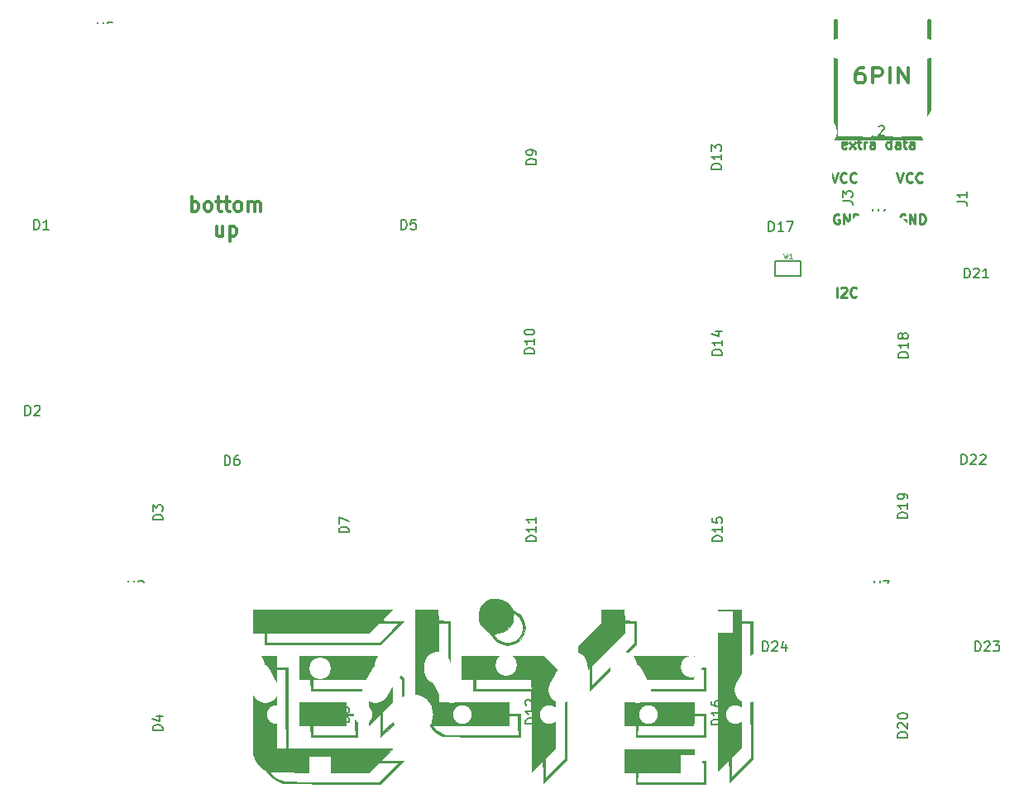
<source format=gto>
%TF.GenerationSoftware,KiCad,Pcbnew,4.0.6*%
%TF.CreationDate,2017-11-03T08:26:54+09:00*%
%TF.ProjectId,lets_split,6C6574735F73706C69742E6B69636164,rev?*%
%TF.FileFunction,Legend,Top*%
%FSLAX46Y46*%
G04 Gerber Fmt 4.6, Leading zero omitted, Abs format (unit mm)*
G04 Created by KiCad (PCBNEW 4.0.6) date 11/03/17 08:26:54*
%MOMM*%
%LPD*%
G01*
G04 APERTURE LIST*
%ADD10C,0.100000*%
%ADD11C,0.300000*%
%ADD12C,0.250000*%
%ADD13C,0.381000*%
%ADD14C,0.200000*%
%ADD15C,0.150000*%
%ADD16C,0.010000*%
%ADD17C,0.304800*%
%ADD18C,2.700000*%
%ADD19C,4.187810*%
%ADD20C,1.901810*%
%ADD21C,2.198980*%
%ADD22R,2.198980X2.198980*%
%ADD23O,2.257400X1.952600*%
%ADD24C,1.952600*%
%ADD25C,1.190600*%
%ADD26C,1.851000*%
%ADD27R,1.952600X1.952600*%
%ADD28C,2.200000*%
%ADD29R,1.724000X1.724000*%
%ADD30C,1.724000*%
%ADD31R,0.700000X1.200000*%
%ADD32R,1.200000X1.200000*%
%ADD33C,1.200000*%
%ADD34C,0.700000*%
%ADD35C,8.200000*%
G04 APERTURE END LIST*
D10*
D11*
X-88895714Y59356429D02*
X-88895714Y60856429D01*
X-88895714Y60285000D02*
X-88752857Y60356429D01*
X-88467143Y60356429D01*
X-88324286Y60285000D01*
X-88252857Y60213571D01*
X-88181428Y60070714D01*
X-88181428Y59642143D01*
X-88252857Y59499286D01*
X-88324286Y59427857D01*
X-88467143Y59356429D01*
X-88752857Y59356429D01*
X-88895714Y59427857D01*
X-87324285Y59356429D02*
X-87467143Y59427857D01*
X-87538571Y59499286D01*
X-87610000Y59642143D01*
X-87610000Y60070714D01*
X-87538571Y60213571D01*
X-87467143Y60285000D01*
X-87324285Y60356429D01*
X-87110000Y60356429D01*
X-86967143Y60285000D01*
X-86895714Y60213571D01*
X-86824285Y60070714D01*
X-86824285Y59642143D01*
X-86895714Y59499286D01*
X-86967143Y59427857D01*
X-87110000Y59356429D01*
X-87324285Y59356429D01*
X-86395714Y60356429D02*
X-85824285Y60356429D01*
X-86181428Y60856429D02*
X-86181428Y59570714D01*
X-86110000Y59427857D01*
X-85967142Y59356429D01*
X-85824285Y59356429D01*
X-85538571Y60356429D02*
X-84967142Y60356429D01*
X-85324285Y60856429D02*
X-85324285Y59570714D01*
X-85252857Y59427857D01*
X-85109999Y59356429D01*
X-84967142Y59356429D01*
X-84252856Y59356429D02*
X-84395714Y59427857D01*
X-84467142Y59499286D01*
X-84538571Y59642143D01*
X-84538571Y60070714D01*
X-84467142Y60213571D01*
X-84395714Y60285000D01*
X-84252856Y60356429D01*
X-84038571Y60356429D01*
X-83895714Y60285000D01*
X-83824285Y60213571D01*
X-83752856Y60070714D01*
X-83752856Y59642143D01*
X-83824285Y59499286D01*
X-83895714Y59427857D01*
X-84038571Y59356429D01*
X-84252856Y59356429D01*
X-83109999Y59356429D02*
X-83109999Y60356429D01*
X-83109999Y60213571D02*
X-83038571Y60285000D01*
X-82895713Y60356429D01*
X-82681428Y60356429D01*
X-82538571Y60285000D01*
X-82467142Y60142143D01*
X-82467142Y59356429D01*
X-82467142Y60142143D02*
X-82395713Y60285000D01*
X-82252856Y60356429D01*
X-82038571Y60356429D01*
X-81895713Y60285000D01*
X-81824285Y60142143D01*
X-81824285Y59356429D01*
X-85717143Y57806429D02*
X-85717143Y56806429D01*
X-86360000Y57806429D02*
X-86360000Y57020714D01*
X-86288572Y56877857D01*
X-86145714Y56806429D01*
X-85931429Y56806429D01*
X-85788572Y56877857D01*
X-85717143Y56949286D01*
X-85002857Y57806429D02*
X-85002857Y56306429D01*
X-85002857Y57735000D02*
X-84860000Y57806429D01*
X-84574286Y57806429D01*
X-84431429Y57735000D01*
X-84360000Y57663571D01*
X-84288571Y57520714D01*
X-84288571Y57092143D01*
X-84360000Y56949286D01*
X-84431429Y56877857D01*
X-84574286Y56806429D01*
X-84860000Y56806429D01*
X-85002857Y56877857D01*
D12*
X-22836190Y50557619D02*
X-22836190Y51557619D01*
X-22407619Y51462381D02*
X-22360000Y51510000D01*
X-22264762Y51557619D01*
X-22026666Y51557619D01*
X-21931428Y51510000D01*
X-21883809Y51462381D01*
X-21836190Y51367143D01*
X-21836190Y51271905D01*
X-21883809Y51129048D01*
X-22455238Y50557619D01*
X-21836190Y50557619D01*
X-20836190Y50652857D02*
X-20883809Y50605238D01*
X-21026666Y50557619D01*
X-21121904Y50557619D01*
X-21264762Y50605238D01*
X-21360000Y50700476D01*
X-21407619Y50795714D01*
X-21455238Y50986190D01*
X-21455238Y51129048D01*
X-21407619Y51319524D01*
X-21360000Y51414762D01*
X-21264762Y51510000D01*
X-21121904Y51557619D01*
X-21026666Y51557619D01*
X-20883809Y51510000D01*
X-20836190Y51462381D01*
X-21895715Y65855238D02*
X-21990953Y65807619D01*
X-22181430Y65807619D01*
X-22276668Y65855238D01*
X-22324287Y65950476D01*
X-22324287Y66331429D01*
X-22276668Y66426667D01*
X-22181430Y66474286D01*
X-21990953Y66474286D01*
X-21895715Y66426667D01*
X-21848096Y66331429D01*
X-21848096Y66236190D01*
X-22324287Y66140952D01*
X-21514763Y65807619D02*
X-20990953Y66474286D01*
X-21514763Y66474286D02*
X-20990953Y65807619D01*
X-20752858Y66474286D02*
X-20371906Y66474286D01*
X-20610001Y66807619D02*
X-20610001Y65950476D01*
X-20562382Y65855238D01*
X-20467144Y65807619D01*
X-20371906Y65807619D01*
X-20038572Y65807619D02*
X-20038572Y66474286D01*
X-20038572Y66283810D02*
X-19990953Y66379048D01*
X-19943334Y66426667D01*
X-19848096Y66474286D01*
X-19752857Y66474286D01*
X-18990952Y65807619D02*
X-18990952Y66331429D01*
X-19038571Y66426667D01*
X-19133809Y66474286D01*
X-19324286Y66474286D01*
X-19419524Y66426667D01*
X-18990952Y65855238D02*
X-19086190Y65807619D01*
X-19324286Y65807619D01*
X-19419524Y65855238D01*
X-19467143Y65950476D01*
X-19467143Y66045714D01*
X-19419524Y66140952D01*
X-19324286Y66188571D01*
X-19086190Y66188571D01*
X-18990952Y66236190D01*
X-17324285Y65807619D02*
X-17324285Y66807619D01*
X-17324285Y65855238D02*
X-17419523Y65807619D01*
X-17610000Y65807619D01*
X-17705238Y65855238D01*
X-17752857Y65902857D01*
X-17800476Y65998095D01*
X-17800476Y66283810D01*
X-17752857Y66379048D01*
X-17705238Y66426667D01*
X-17610000Y66474286D01*
X-17419523Y66474286D01*
X-17324285Y66426667D01*
X-16419523Y65807619D02*
X-16419523Y66331429D01*
X-16467142Y66426667D01*
X-16562380Y66474286D01*
X-16752857Y66474286D01*
X-16848095Y66426667D01*
X-16419523Y65855238D02*
X-16514761Y65807619D01*
X-16752857Y65807619D01*
X-16848095Y65855238D01*
X-16895714Y65950476D01*
X-16895714Y66045714D01*
X-16848095Y66140952D01*
X-16752857Y66188571D01*
X-16514761Y66188571D01*
X-16419523Y66236190D01*
X-16086190Y66474286D02*
X-15705238Y66474286D01*
X-15943333Y66807619D02*
X-15943333Y65950476D01*
X-15895714Y65855238D01*
X-15800476Y65807619D01*
X-15705238Y65807619D01*
X-14943332Y65807619D02*
X-14943332Y66331429D01*
X-14990951Y66426667D01*
X-15086189Y66474286D01*
X-15276666Y66474286D01*
X-15371904Y66426667D01*
X-14943332Y65855238D02*
X-15038570Y65807619D01*
X-15276666Y65807619D01*
X-15371904Y65855238D01*
X-15419523Y65950476D01*
X-15419523Y66045714D01*
X-15371904Y66140952D01*
X-15276666Y66188571D01*
X-15038570Y66188571D01*
X-14943332Y66236190D01*
X-22621904Y59010000D02*
X-22717142Y59057619D01*
X-22859999Y59057619D01*
X-23002857Y59010000D01*
X-23098095Y58914762D01*
X-23145714Y58819524D01*
X-23193333Y58629048D01*
X-23193333Y58486190D01*
X-23145714Y58295714D01*
X-23098095Y58200476D01*
X-23002857Y58105238D01*
X-22859999Y58057619D01*
X-22764761Y58057619D01*
X-22621904Y58105238D01*
X-22574285Y58152857D01*
X-22574285Y58486190D01*
X-22764761Y58486190D01*
X-22145714Y58057619D02*
X-22145714Y59057619D01*
X-21574285Y58057619D01*
X-21574285Y59057619D01*
X-21098095Y58057619D02*
X-21098095Y59057619D01*
X-20860000Y59057619D01*
X-20717142Y59010000D01*
X-20621904Y58914762D01*
X-20574285Y58819524D01*
X-20526666Y58629048D01*
X-20526666Y58486190D01*
X-20574285Y58295714D01*
X-20621904Y58200476D01*
X-20717142Y58105238D01*
X-20860000Y58057619D01*
X-21098095Y58057619D01*
X-23443333Y63307619D02*
X-23110000Y62307619D01*
X-22776666Y63307619D01*
X-21871904Y62402857D02*
X-21919523Y62355238D01*
X-22062380Y62307619D01*
X-22157618Y62307619D01*
X-22300476Y62355238D01*
X-22395714Y62450476D01*
X-22443333Y62545714D01*
X-22490952Y62736190D01*
X-22490952Y62879048D01*
X-22443333Y63069524D01*
X-22395714Y63164762D01*
X-22300476Y63260000D01*
X-22157618Y63307619D01*
X-22062380Y63307619D01*
X-21919523Y63260000D01*
X-21871904Y63212381D01*
X-20871904Y62402857D02*
X-20919523Y62355238D01*
X-21062380Y62307619D01*
X-21157618Y62307619D01*
X-21300476Y62355238D01*
X-21395714Y62450476D01*
X-21443333Y62545714D01*
X-21490952Y62736190D01*
X-21490952Y62879048D01*
X-21443333Y63069524D01*
X-21395714Y63164762D01*
X-21300476Y63260000D01*
X-21157618Y63307619D01*
X-21062380Y63307619D01*
X-20919523Y63260000D01*
X-20871904Y63212381D01*
X-15871904Y59010000D02*
X-15967142Y59057619D01*
X-16109999Y59057619D01*
X-16252857Y59010000D01*
X-16348095Y58914762D01*
X-16395714Y58819524D01*
X-16443333Y58629048D01*
X-16443333Y58486190D01*
X-16395714Y58295714D01*
X-16348095Y58200476D01*
X-16252857Y58105238D01*
X-16109999Y58057619D01*
X-16014761Y58057619D01*
X-15871904Y58105238D01*
X-15824285Y58152857D01*
X-15824285Y58486190D01*
X-16014761Y58486190D01*
X-15395714Y58057619D02*
X-15395714Y59057619D01*
X-14824285Y58057619D01*
X-14824285Y59057619D01*
X-14348095Y58057619D02*
X-14348095Y59057619D01*
X-14110000Y59057619D01*
X-13967142Y59010000D01*
X-13871904Y58914762D01*
X-13824285Y58819524D01*
X-13776666Y58629048D01*
X-13776666Y58486190D01*
X-13824285Y58295714D01*
X-13871904Y58200476D01*
X-13967142Y58105238D01*
X-14110000Y58057619D01*
X-14348095Y58057619D01*
X-16693333Y63307619D02*
X-16360000Y62307619D01*
X-16026666Y63307619D01*
X-15121904Y62402857D02*
X-15169523Y62355238D01*
X-15312380Y62307619D01*
X-15407618Y62307619D01*
X-15550476Y62355238D01*
X-15645714Y62450476D01*
X-15693333Y62545714D01*
X-15740952Y62736190D01*
X-15740952Y62879048D01*
X-15693333Y63069524D01*
X-15645714Y63164762D01*
X-15550476Y63260000D01*
X-15407618Y63307619D01*
X-15312380Y63307619D01*
X-15169523Y63260000D01*
X-15121904Y63212381D01*
X-14121904Y62402857D02*
X-14169523Y62355238D01*
X-14312380Y62307619D01*
X-14407618Y62307619D01*
X-14550476Y62355238D01*
X-14645714Y62450476D01*
X-14693333Y62545714D01*
X-14740952Y62736190D01*
X-14740952Y62879048D01*
X-14693333Y63069524D01*
X-14645714Y63164762D01*
X-14550476Y63260000D01*
X-14407618Y63307619D01*
X-14312380Y63307619D01*
X-14169523Y63260000D01*
X-14121904Y63212381D01*
D13*
X-13409400Y78910000D02*
X-13409400Y66845000D01*
X-13409400Y66845000D02*
X-23010600Y66845000D01*
X-23010600Y66845000D02*
X-23010600Y78910000D01*
D14*
X-29160000Y54272000D02*
X-26560000Y54272000D01*
X-26560000Y54272000D02*
X-26560000Y52748000D01*
X-26560000Y52748000D02*
X-29160000Y52748000D01*
X-29160000Y52748000D02*
X-29160000Y54272000D01*
D15*
X-91224123Y17260000D02*
G75*
G03X-91224123Y17260000I-3635877J0D01*
G01*
X-14874123Y17210000D02*
G75*
G03X-14874123Y17210000I-3635877J0D01*
G01*
X-15024123Y55310000D02*
G75*
G03X-15024123Y55310000I-3635877J0D01*
G01*
X-94374123Y74460000D02*
G75*
G03X-94374123Y74460000I-3635877J0D01*
G01*
D16*
G36*
X-80264000Y12615333D02*
X-79078667Y12615333D01*
X-79078667Y4318000D01*
X-73744667Y4318000D01*
X-72811531Y4317053D01*
X-71930305Y4314322D01*
X-71115271Y4309972D01*
X-70380709Y4304166D01*
X-69740901Y4297068D01*
X-69210127Y4288844D01*
X-68802669Y4279658D01*
X-68532808Y4269673D01*
X-68414824Y4259055D01*
X-68410667Y4256625D01*
X-68466638Y4173760D01*
X-68617009Y4001494D01*
X-68835469Y3769182D01*
X-68979896Y3621625D01*
X-69549125Y3048000D01*
X-67185269Y3048000D01*
X-68368334Y1862667D01*
X-69551398Y677333D01*
X-74420866Y687070D01*
X-75322378Y689879D01*
X-76180007Y694489D01*
X-76977570Y700684D01*
X-77698883Y708248D01*
X-78327762Y716963D01*
X-78848025Y726613D01*
X-79243488Y736981D01*
X-79497966Y747852D01*
X-79586667Y756223D01*
X-80182022Y956743D01*
X-80685855Y1298944D01*
X-81059069Y1730069D01*
X-81204966Y1905000D01*
X-80917585Y1905000D01*
X-80794492Y1717201D01*
X-80596685Y1506167D01*
X-80299369Y1286971D01*
X-79965563Y1098980D01*
X-79658284Y981562D01*
X-79595663Y968286D01*
X-79370176Y927000D01*
X-79217261Y892342D01*
X-79205667Y888751D01*
X-79107428Y883280D01*
X-78855436Y877915D01*
X-78465272Y872768D01*
X-77952518Y867957D01*
X-77332753Y863595D01*
X-76621559Y859799D01*
X-75834517Y856684D01*
X-74987207Y854364D01*
X-74420677Y853351D01*
X-69720353Y846667D01*
X-67693647Y2878667D01*
X-69728301Y2878667D01*
X-70233651Y2367332D01*
X-70739000Y1855997D01*
X-75828293Y1880499D01*
X-80917585Y1905000D01*
X-81204966Y1905000D01*
X-81262709Y1974234D01*
X-81526285Y2221631D01*
X-81636346Y2307465D01*
X-81911087Y2516812D01*
X-82099936Y2702278D01*
X-82251960Y2922966D01*
X-82416223Y3237981D01*
X-82426806Y3259667D01*
X-82633013Y3683000D01*
X-82633116Y4318000D01*
X-80264000Y4318000D01*
X-79246358Y4318000D01*
X-79268346Y8360833D01*
X-79290333Y12403667D01*
X-79777167Y12429059D01*
X-80264000Y12454451D01*
X-80264000Y4318000D01*
X-82633116Y4318000D01*
X-82633840Y8741833D01*
X-82634667Y13800667D01*
X-80264000Y13800667D01*
X-80264000Y12615333D01*
X-80264000Y12615333D01*
G37*
X-80264000Y12615333D02*
X-79078667Y12615333D01*
X-79078667Y4318000D01*
X-73744667Y4318000D01*
X-72811531Y4317053D01*
X-71930305Y4314322D01*
X-71115271Y4309972D01*
X-70380709Y4304166D01*
X-69740901Y4297068D01*
X-69210127Y4288844D01*
X-68802669Y4279658D01*
X-68532808Y4269673D01*
X-68414824Y4259055D01*
X-68410667Y4256625D01*
X-68466638Y4173760D01*
X-68617009Y4001494D01*
X-68835469Y3769182D01*
X-68979896Y3621625D01*
X-69549125Y3048000D01*
X-67185269Y3048000D01*
X-68368334Y1862667D01*
X-69551398Y677333D01*
X-74420866Y687070D01*
X-75322378Y689879D01*
X-76180007Y694489D01*
X-76977570Y700684D01*
X-77698883Y708248D01*
X-78327762Y716963D01*
X-78848025Y726613D01*
X-79243488Y736981D01*
X-79497966Y747852D01*
X-79586667Y756223D01*
X-80182022Y956743D01*
X-80685855Y1298944D01*
X-81059069Y1730069D01*
X-81204966Y1905000D01*
X-80917585Y1905000D01*
X-80794492Y1717201D01*
X-80596685Y1506167D01*
X-80299369Y1286971D01*
X-79965563Y1098980D01*
X-79658284Y981562D01*
X-79595663Y968286D01*
X-79370176Y927000D01*
X-79217261Y892342D01*
X-79205667Y888751D01*
X-79107428Y883280D01*
X-78855436Y877915D01*
X-78465272Y872768D01*
X-77952518Y867957D01*
X-77332753Y863595D01*
X-76621559Y859799D01*
X-75834517Y856684D01*
X-74987207Y854364D01*
X-74420677Y853351D01*
X-69720353Y846667D01*
X-67693647Y2878667D01*
X-69728301Y2878667D01*
X-70233651Y2367332D01*
X-70739000Y1855997D01*
X-75828293Y1880499D01*
X-80917585Y1905000D01*
X-81204966Y1905000D01*
X-81262709Y1974234D01*
X-81526285Y2221631D01*
X-81636346Y2307465D01*
X-81911087Y2516812D01*
X-82099936Y2702278D01*
X-82251960Y2922966D01*
X-82416223Y3237981D01*
X-82426806Y3259667D01*
X-82633013Y3683000D01*
X-82633116Y4318000D01*
X-80264000Y4318000D01*
X-79246358Y4318000D01*
X-79268346Y8360833D01*
X-79290333Y12403667D01*
X-79777167Y12429059D01*
X-80264000Y12454451D01*
X-80264000Y4318000D01*
X-82633116Y4318000D01*
X-82633840Y8741833D01*
X-82634667Y13800667D01*
X-80264000Y13800667D01*
X-80264000Y12615333D01*
G36*
X-37507333Y3048000D02*
X-36322000Y3048000D01*
X-36322000Y677333D01*
X-43434000Y677333D01*
X-43434000Y846667D01*
X-43273117Y846667D01*
X-36491333Y846667D01*
X-36491333Y2887117D01*
X-36978167Y2861725D01*
X-37465000Y2836333D01*
X-37490359Y2350621D01*
X-37515717Y1864909D01*
X-43222333Y1820333D01*
X-43273117Y846667D01*
X-43434000Y846667D01*
X-43434000Y1862667D01*
X-44619333Y1862667D01*
X-44619333Y4233333D01*
X-37507333Y4233333D01*
X-37507333Y3048000D01*
X-37507333Y3048000D01*
G37*
X-37507333Y3048000D02*
X-36322000Y3048000D01*
X-36322000Y677333D01*
X-43434000Y677333D01*
X-43434000Y846667D01*
X-43273117Y846667D01*
X-36491333Y846667D01*
X-36491333Y2887117D01*
X-36978167Y2861725D01*
X-37465000Y2836333D01*
X-37490359Y2350621D01*
X-37515717Y1864909D01*
X-43222333Y1820333D01*
X-43273117Y846667D01*
X-43434000Y846667D01*
X-43434000Y1862667D01*
X-44619333Y1862667D01*
X-44619333Y4233333D01*
X-37507333Y4233333D01*
X-37507333Y3048000D01*
G36*
X-51709033Y12635404D02*
X-50546000Y11470142D01*
X-50546000Y3088065D01*
X-51731333Y1905000D01*
X-52916667Y721935D01*
X-52916667Y1842634D01*
X-52921357Y2256050D01*
X-52934204Y2600687D01*
X-52953366Y2845393D01*
X-52977007Y2959017D01*
X-52982817Y2963333D01*
X-53068683Y2906988D01*
X-53240235Y2756793D01*
X-53465847Y2541012D01*
X-53554317Y2452611D01*
X-54059667Y1941888D01*
X-54073227Y3264968D01*
X-52747333Y3264968D01*
X-52747333Y1230314D01*
X-50715333Y3257020D01*
X-50715333Y11308301D01*
X-51731333Y12313699D01*
X-51731333Y4270366D01*
X-52747333Y3264968D01*
X-54073227Y3264968D01*
X-54102000Y6072111D01*
X-54144333Y10202333D01*
X-60113333Y10246833D01*
X-60113333Y10414000D01*
X-59859333Y10414000D01*
X-54093550Y10414000D01*
X-54118942Y10900833D01*
X-54144333Y11387667D01*
X-59859333Y11432253D01*
X-59859333Y10414000D01*
X-60113333Y10414000D01*
X-60113333Y11430000D01*
X-61298667Y11430000D01*
X-61298667Y13800667D01*
X-52872065Y13800667D01*
X-51709033Y12635404D01*
X-51709033Y12635404D01*
G37*
X-51709033Y12635404D02*
X-50546000Y11470142D01*
X-50546000Y3088065D01*
X-51731333Y1905000D01*
X-52916667Y721935D01*
X-52916667Y1842634D01*
X-52921357Y2256050D01*
X-52934204Y2600687D01*
X-52953366Y2845393D01*
X-52977007Y2959017D01*
X-52982817Y2963333D01*
X-53068683Y2906988D01*
X-53240235Y2756793D01*
X-53465847Y2541012D01*
X-53554317Y2452611D01*
X-54059667Y1941888D01*
X-54073227Y3264968D01*
X-52747333Y3264968D01*
X-52747333Y1230314D01*
X-50715333Y3257020D01*
X-50715333Y11308301D01*
X-51731333Y12313699D01*
X-51731333Y4270366D01*
X-52747333Y3264968D01*
X-54073227Y3264968D01*
X-54102000Y6072111D01*
X-54144333Y10202333D01*
X-60113333Y10246833D01*
X-60113333Y10414000D01*
X-59859333Y10414000D01*
X-54093550Y10414000D01*
X-54118942Y10900833D01*
X-54144333Y11387667D01*
X-59859333Y11432253D01*
X-59859333Y10414000D01*
X-60113333Y10414000D01*
X-60113333Y11430000D01*
X-61298667Y11430000D01*
X-61298667Y13800667D01*
X-52872065Y13800667D01*
X-51709033Y12635404D01*
G36*
X-32681333Y17356667D02*
X-31496000Y17356667D01*
X-31496000Y3172732D01*
X-32681333Y1989667D01*
X-33866667Y806602D01*
X-33866667Y1927301D01*
X-33871008Y2340719D01*
X-33882897Y2685357D01*
X-33900632Y2930063D01*
X-33922512Y3043684D01*
X-33927889Y3048000D01*
X-34011549Y2992186D01*
X-34183131Y2842988D01*
X-34411842Y2627772D01*
X-34520556Y2521279D01*
X-35052000Y1994559D01*
X-35052000Y3349634D01*
X-33697333Y3349634D01*
X-33697333Y1314980D01*
X-32680843Y2328823D01*
X-31664352Y3342665D01*
X-31686010Y10243833D01*
X-31707667Y17145000D01*
X-32681333Y17195784D01*
X-32681333Y4355033D01*
X-33189333Y3852333D01*
X-33697333Y3349634D01*
X-35052000Y3349634D01*
X-35052000Y18542000D01*
X-32681333Y18542000D01*
X-32681333Y17356667D01*
X-32681333Y17356667D01*
G37*
X-32681333Y17356667D02*
X-31496000Y17356667D01*
X-31496000Y3172732D01*
X-32681333Y1989667D01*
X-33866667Y806602D01*
X-33866667Y1927301D01*
X-33871008Y2340719D01*
X-33882897Y2685357D01*
X-33900632Y2930063D01*
X-33922512Y3043684D01*
X-33927889Y3048000D01*
X-34011549Y2992186D01*
X-34183131Y2842988D01*
X-34411842Y2627772D01*
X-34520556Y2521279D01*
X-35052000Y1994559D01*
X-35052000Y3349634D01*
X-33697333Y3349634D01*
X-33697333Y1314980D01*
X-32680843Y2328823D01*
X-31664352Y3342665D01*
X-31686010Y10243833D01*
X-31707667Y17145000D01*
X-32681333Y17195784D01*
X-32681333Y4355033D01*
X-33189333Y3852333D01*
X-33697333Y3349634D01*
X-35052000Y3349634D01*
X-35052000Y18542000D01*
X-32681333Y18542000D01*
X-32681333Y17356667D01*
G36*
X-73152000Y7874000D02*
X-71966667Y7874000D01*
X-71966667Y5503333D01*
X-76700263Y5503333D01*
X-76750333Y6646333D01*
X-77321833Y6671369D01*
X-77716712Y6688667D01*
X-76538667Y6688667D01*
X-76538667Y5672667D01*
X-72130626Y5672667D01*
X-72154480Y6667500D01*
X-72178333Y7662333D01*
X-72665167Y7687725D01*
X-73152000Y7713117D01*
X-73152000Y6688667D01*
X-76538667Y6688667D01*
X-77716712Y6688667D01*
X-77893333Y6696404D01*
X-77893333Y9059333D01*
X-73152000Y9059333D01*
X-73152000Y7874000D01*
X-73152000Y7874000D01*
G37*
X-73152000Y7874000D02*
X-71966667Y7874000D01*
X-71966667Y5503333D01*
X-76700263Y5503333D01*
X-76750333Y6646333D01*
X-77321833Y6671369D01*
X-77716712Y6688667D01*
X-76538667Y6688667D01*
X-76538667Y5672667D01*
X-72130626Y5672667D01*
X-72154480Y6667500D01*
X-72178333Y7662333D01*
X-72665167Y7687725D01*
X-73152000Y7713117D01*
X-73152000Y6688667D01*
X-76538667Y6688667D01*
X-77716712Y6688667D01*
X-77893333Y6696404D01*
X-77893333Y9059333D01*
X-73152000Y9059333D01*
X-73152000Y7874000D01*
G36*
X-68388366Y12635404D02*
X-67225333Y11470142D01*
X-67225333Y7744648D01*
X-68348302Y6623991D01*
X-68704503Y6271692D01*
X-69020854Y5964809D01*
X-69277608Y5722010D01*
X-69455017Y5561966D01*
X-69533336Y5503345D01*
X-69533635Y5503333D01*
X-69556258Y5582895D01*
X-69575219Y5801182D01*
X-69588876Y6127600D01*
X-69595587Y6531552D01*
X-69596000Y6665229D01*
X-69596000Y7827125D01*
X-70188667Y7239000D01*
X-70781333Y6650875D01*
X-70781333Y8006301D01*
X-69426667Y8006301D01*
X-69426667Y7008817D01*
X-69421733Y6620461D01*
X-69408303Y6302751D01*
X-69388436Y6088706D01*
X-69364492Y6011333D01*
X-69286371Y6068172D01*
X-69110889Y6225161D01*
X-68859716Y6462017D01*
X-68554522Y6758452D01*
X-68348492Y6962452D01*
X-67394667Y7913571D01*
X-67394667Y11308301D01*
X-68410667Y12313699D01*
X-68410667Y9011699D01*
X-69426667Y8006301D01*
X-70781333Y8006301D01*
X-70781333Y10244667D01*
X-76700263Y10244667D01*
X-76750333Y11387667D01*
X-77321833Y11412702D01*
X-77716713Y11430000D01*
X-76538667Y11430000D01*
X-76538667Y10414000D01*
X-70781333Y10414000D01*
X-70781333Y11430000D01*
X-76538667Y11430000D01*
X-77716713Y11430000D01*
X-77893334Y11437737D01*
X-77893333Y12619202D01*
X-77893333Y13800667D01*
X-69551398Y13800667D01*
X-68388366Y12635404D01*
X-68388366Y12635404D01*
G37*
X-68388366Y12635404D02*
X-67225333Y11470142D01*
X-67225333Y7744648D01*
X-68348302Y6623991D01*
X-68704503Y6271692D01*
X-69020854Y5964809D01*
X-69277608Y5722010D01*
X-69455017Y5561966D01*
X-69533336Y5503345D01*
X-69533635Y5503333D01*
X-69556258Y5582895D01*
X-69575219Y5801182D01*
X-69588876Y6127600D01*
X-69595587Y6531552D01*
X-69596000Y6665229D01*
X-69596000Y7827125D01*
X-70188667Y7239000D01*
X-70781333Y6650875D01*
X-70781333Y8006301D01*
X-69426667Y8006301D01*
X-69426667Y7008817D01*
X-69421733Y6620461D01*
X-69408303Y6302751D01*
X-69388436Y6088706D01*
X-69364492Y6011333D01*
X-69286371Y6068172D01*
X-69110889Y6225161D01*
X-68859716Y6462017D01*
X-68554522Y6758452D01*
X-68348492Y6962452D01*
X-67394667Y7913571D01*
X-67394667Y11308301D01*
X-68410667Y12313699D01*
X-68410667Y9011699D01*
X-69426667Y8006301D01*
X-70781333Y8006301D01*
X-70781333Y10244667D01*
X-76700263Y10244667D01*
X-76750333Y11387667D01*
X-77321833Y11412702D01*
X-77716713Y11430000D01*
X-76538667Y11430000D01*
X-76538667Y10414000D01*
X-70781333Y10414000D01*
X-70781333Y11430000D01*
X-76538667Y11430000D01*
X-77716713Y11430000D01*
X-77893334Y11437737D01*
X-77893333Y12619202D01*
X-77893333Y13800667D01*
X-69551398Y13800667D01*
X-68388366Y12635404D01*
G36*
X-63627000Y17399000D02*
X-62484000Y17348930D01*
X-62484000Y9059333D01*
X-56472667Y9059333D01*
X-56472667Y7874000D01*
X-55287333Y7874000D01*
X-55287333Y5503333D01*
X-59160833Y5510018D01*
X-60211049Y5513902D01*
X-61115119Y5521618D01*
X-61869005Y5533072D01*
X-62468667Y5548168D01*
X-62910068Y5566811D01*
X-63189167Y5588905D01*
X-63288333Y5607241D01*
X-63711581Y5818714D01*
X-64107442Y6122589D01*
X-64408801Y6466372D01*
X-64431333Y6501210D01*
X-64547966Y6646333D01*
X-64286733Y6646333D01*
X-64060713Y6377750D01*
X-63851510Y6184101D01*
X-63566346Y5985580D01*
X-63396723Y5890917D01*
X-62958753Y5672667D01*
X-55451293Y5672667D01*
X-55475147Y6667500D01*
X-55499000Y7662333D01*
X-55985833Y7687725D01*
X-56472667Y7713117D01*
X-56472667Y6690358D01*
X-60379700Y6668346D01*
X-64286733Y6646333D01*
X-64547966Y6646333D01*
X-64642731Y6764246D01*
X-64911354Y7005770D01*
X-64991923Y7061747D01*
X-65263644Y7275790D01*
X-65512965Y7537851D01*
X-65569231Y7612637D01*
X-65664558Y7752870D01*
X-65746062Y7886715D01*
X-65814825Y8028047D01*
X-65871930Y8190739D01*
X-65918459Y8388665D01*
X-65955497Y8635701D01*
X-65984124Y8945719D01*
X-65990379Y9059333D01*
X-63670976Y9059333D01*
X-62653333Y9059333D01*
X-62653333Y17195784D01*
X-63140167Y17170392D01*
X-63627000Y17145000D01*
X-63648988Y13102167D01*
X-63670976Y9059333D01*
X-65990379Y9059333D01*
X-66005425Y9332595D01*
X-66020481Y9810203D01*
X-66030377Y10392416D01*
X-66036193Y11093109D01*
X-66039015Y11926157D01*
X-66039923Y12905432D01*
X-66040000Y13644790D01*
X-66040000Y18542000D01*
X-63677070Y18542000D01*
X-63627000Y17399000D01*
X-63627000Y17399000D01*
G37*
X-63627000Y17399000D02*
X-62484000Y17348930D01*
X-62484000Y9059333D01*
X-56472667Y9059333D01*
X-56472667Y7874000D01*
X-55287333Y7874000D01*
X-55287333Y5503333D01*
X-59160833Y5510018D01*
X-60211049Y5513902D01*
X-61115119Y5521618D01*
X-61869005Y5533072D01*
X-62468667Y5548168D01*
X-62910068Y5566811D01*
X-63189167Y5588905D01*
X-63288333Y5607241D01*
X-63711581Y5818714D01*
X-64107442Y6122589D01*
X-64408801Y6466372D01*
X-64431333Y6501210D01*
X-64547966Y6646333D01*
X-64286733Y6646333D01*
X-64060713Y6377750D01*
X-63851510Y6184101D01*
X-63566346Y5985580D01*
X-63396723Y5890917D01*
X-62958753Y5672667D01*
X-55451293Y5672667D01*
X-55475147Y6667500D01*
X-55499000Y7662333D01*
X-55985833Y7687725D01*
X-56472667Y7713117D01*
X-56472667Y6690358D01*
X-60379700Y6668346D01*
X-64286733Y6646333D01*
X-64547966Y6646333D01*
X-64642731Y6764246D01*
X-64911354Y7005770D01*
X-64991923Y7061747D01*
X-65263644Y7275790D01*
X-65512965Y7537851D01*
X-65569231Y7612637D01*
X-65664558Y7752870D01*
X-65746062Y7886715D01*
X-65814825Y8028047D01*
X-65871930Y8190739D01*
X-65918459Y8388665D01*
X-65955497Y8635701D01*
X-65984124Y8945719D01*
X-65990379Y9059333D01*
X-63670976Y9059333D01*
X-62653333Y9059333D01*
X-62653333Y17195784D01*
X-63140167Y17170392D01*
X-63627000Y17145000D01*
X-63648988Y13102167D01*
X-63670976Y9059333D01*
X-65990379Y9059333D01*
X-66005425Y9332595D01*
X-66020481Y9810203D01*
X-66030377Y10392416D01*
X-66036193Y11093109D01*
X-66039015Y11926157D01*
X-66039923Y12905432D01*
X-66040000Y13644790D01*
X-66040000Y18542000D01*
X-63677070Y18542000D01*
X-63627000Y17399000D01*
G36*
X-37507333Y7874000D02*
X-36322000Y7874000D01*
X-36322000Y5503333D01*
X-43434000Y5503333D01*
X-43434000Y5672667D01*
X-43273117Y5672667D01*
X-36491333Y5672667D01*
X-36491333Y7713117D01*
X-36978167Y7687725D01*
X-37465000Y7662333D01*
X-37490359Y7176621D01*
X-37515717Y6690909D01*
X-43222333Y6646333D01*
X-43273117Y5672667D01*
X-43434000Y5672667D01*
X-43434000Y6688667D01*
X-44619333Y6688667D01*
X-44619333Y9059333D01*
X-37507333Y9059333D01*
X-37507333Y7874000D01*
X-37507333Y7874000D01*
G37*
X-37507333Y7874000D02*
X-36322000Y7874000D01*
X-36322000Y5503333D01*
X-43434000Y5503333D01*
X-43434000Y5672667D01*
X-43273117Y5672667D01*
X-36491333Y5672667D01*
X-36491333Y7713117D01*
X-36978167Y7687725D01*
X-37465000Y7662333D01*
X-37490359Y7176621D01*
X-37515717Y6690909D01*
X-43222333Y6646333D01*
X-43273117Y5672667D01*
X-43434000Y5672667D01*
X-43434000Y6688667D01*
X-44619333Y6688667D01*
X-44619333Y9059333D01*
X-37507333Y9059333D01*
X-37507333Y7874000D01*
G36*
X-44577000Y17399000D02*
X-43434000Y17348930D01*
X-43434000Y14947916D01*
X-44003229Y14374292D01*
X-44572459Y13800667D01*
X-37507333Y13800667D01*
X-37507333Y12615333D01*
X-36322000Y12615333D01*
X-36322000Y10244667D01*
X-43434000Y10244667D01*
X-43434000Y10414000D01*
X-43273117Y10414000D01*
X-36491333Y10414000D01*
X-36491333Y12454451D01*
X-36978167Y12429059D01*
X-37465000Y12403667D01*
X-37490359Y11917955D01*
X-37515717Y11432242D01*
X-40369025Y11409955D01*
X-43222333Y11387667D01*
X-43247725Y10900833D01*
X-43273117Y10414000D01*
X-43434000Y10414000D01*
X-43434000Y11430000D01*
X-44619333Y11430000D01*
X-44619333Y13756821D01*
X-46397333Y11980333D01*
X-48175333Y10203846D01*
X-48175333Y12568459D01*
X-48768000Y11980333D01*
X-49360667Y11392208D01*
X-49360667Y12743921D01*
X-48006000Y12743921D01*
X-48006000Y10711555D01*
X-45804667Y12911667D01*
X-43603333Y15111779D01*
X-43603333Y17195784D01*
X-44090167Y17170392D01*
X-44577000Y17145000D01*
X-44601772Y16632605D01*
X-44626543Y16120210D01*
X-46316272Y14432065D01*
X-48006000Y12743921D01*
X-49360667Y12743921D01*
X-49360667Y14776602D01*
X-48175333Y15959667D01*
X-46990000Y17142732D01*
X-46990000Y18542000D01*
X-44627070Y18542000D01*
X-44577000Y17399000D01*
X-44577000Y17399000D01*
G37*
X-44577000Y17399000D02*
X-43434000Y17348930D01*
X-43434000Y14947916D01*
X-44003229Y14374292D01*
X-44572459Y13800667D01*
X-37507333Y13800667D01*
X-37507333Y12615333D01*
X-36322000Y12615333D01*
X-36322000Y10244667D01*
X-43434000Y10244667D01*
X-43434000Y10414000D01*
X-43273117Y10414000D01*
X-36491333Y10414000D01*
X-36491333Y12454451D01*
X-36978167Y12429059D01*
X-37465000Y12403667D01*
X-37490359Y11917955D01*
X-37515717Y11432242D01*
X-40369025Y11409955D01*
X-43222333Y11387667D01*
X-43247725Y10900833D01*
X-43273117Y10414000D01*
X-43434000Y10414000D01*
X-43434000Y11430000D01*
X-44619333Y11430000D01*
X-44619333Y13756821D01*
X-46397333Y11980333D01*
X-48175333Y10203846D01*
X-48175333Y12568459D01*
X-48768000Y11980333D01*
X-49360667Y11392208D01*
X-49360667Y12743921D01*
X-48006000Y12743921D01*
X-48006000Y10711555D01*
X-45804667Y12911667D01*
X-43603333Y15111779D01*
X-43603333Y17195784D01*
X-44090167Y17170392D01*
X-44577000Y17145000D01*
X-44601772Y16632605D01*
X-44626543Y16120210D01*
X-46316272Y14432065D01*
X-48006000Y12743921D01*
X-49360667Y12743921D01*
X-49360667Y14776602D01*
X-48175333Y15959667D01*
X-46990000Y17142732D01*
X-46990000Y18542000D01*
X-44627070Y18542000D01*
X-44577000Y17399000D01*
G36*
X-57232743Y19577826D02*
X-56779198Y19397460D01*
X-56407436Y19122802D01*
X-56151753Y18775085D01*
X-56091361Y18625704D01*
X-55984367Y18479260D01*
X-55786192Y18328501D01*
X-55725677Y18294820D01*
X-55294158Y17986087D01*
X-54987601Y17582042D01*
X-54814342Y17110144D01*
X-54782719Y16597852D01*
X-54901071Y16072626D01*
X-54989555Y15870457D01*
X-55294113Y15439422D01*
X-55698557Y15128891D01*
X-56172985Y14950609D01*
X-56687496Y14916319D01*
X-57159731Y15018141D01*
X-57644193Y15260704D01*
X-57997923Y15590620D01*
X-58136511Y15815903D01*
X-58268280Y15991093D01*
X-57996667Y15991093D01*
X-57941211Y15894705D01*
X-57798559Y15725270D01*
X-57669016Y15589683D01*
X-57252384Y15278546D01*
X-56795123Y15129396D01*
X-56311640Y15144082D01*
X-55816345Y15324450D01*
X-55775331Y15346826D01*
X-55379309Y15654152D01*
X-55116987Y16040066D01*
X-54990641Y16476375D01*
X-55002549Y16934886D01*
X-55154987Y17387407D01*
X-55450232Y17805746D01*
X-55567447Y17920778D01*
X-55922333Y18241655D01*
X-55972646Y17775903D01*
X-56048216Y17345295D01*
X-56187369Y17008997D01*
X-56421367Y16695100D01*
X-56461845Y16650608D01*
X-56768309Y16382360D01*
X-57119737Y16215345D01*
X-57560093Y16122765D01*
X-57805510Y16077365D01*
X-57963884Y16023409D01*
X-57996667Y15991093D01*
X-58268280Y15991093D01*
X-58383129Y16143787D01*
X-58709426Y16386191D01*
X-59101837Y16710768D01*
X-59370588Y17122572D01*
X-59512960Y17590309D01*
X-59526235Y18082685D01*
X-59407695Y18568408D01*
X-59154620Y19016182D01*
X-58956921Y19235114D01*
X-58663916Y19458102D01*
X-58333534Y19586983D01*
X-57913302Y19639242D01*
X-57733782Y19642667D01*
X-57232743Y19577826D01*
X-57232743Y19577826D01*
G37*
X-57232743Y19577826D02*
X-56779198Y19397460D01*
X-56407436Y19122802D01*
X-56151753Y18775085D01*
X-56091361Y18625704D01*
X-55984367Y18479260D01*
X-55786192Y18328501D01*
X-55725677Y18294820D01*
X-55294158Y17986087D01*
X-54987601Y17582042D01*
X-54814342Y17110144D01*
X-54782719Y16597852D01*
X-54901071Y16072626D01*
X-54989555Y15870457D01*
X-55294113Y15439422D01*
X-55698557Y15128891D01*
X-56172985Y14950609D01*
X-56687496Y14916319D01*
X-57159731Y15018141D01*
X-57644193Y15260704D01*
X-57997923Y15590620D01*
X-58136511Y15815903D01*
X-58268280Y15991093D01*
X-57996667Y15991093D01*
X-57941211Y15894705D01*
X-57798559Y15725270D01*
X-57669016Y15589683D01*
X-57252384Y15278546D01*
X-56795123Y15129396D01*
X-56311640Y15144082D01*
X-55816345Y15324450D01*
X-55775331Y15346826D01*
X-55379309Y15654152D01*
X-55116987Y16040066D01*
X-54990641Y16476375D01*
X-55002549Y16934886D01*
X-55154987Y17387407D01*
X-55450232Y17805746D01*
X-55567447Y17920778D01*
X-55922333Y18241655D01*
X-55972646Y17775903D01*
X-56048216Y17345295D01*
X-56187369Y17008997D01*
X-56421367Y16695100D01*
X-56461845Y16650608D01*
X-56768309Y16382360D01*
X-57119737Y16215345D01*
X-57560093Y16122765D01*
X-57805510Y16077365D01*
X-57963884Y16023409D01*
X-57996667Y15991093D01*
X-58268280Y15991093D01*
X-58383129Y16143787D01*
X-58709426Y16386191D01*
X-59101837Y16710768D01*
X-59370588Y17122572D01*
X-59512960Y17590309D01*
X-59526235Y18082685D01*
X-59407695Y18568408D01*
X-59154620Y19016182D01*
X-58956921Y19235114D01*
X-58663916Y19458102D01*
X-58333534Y19586983D01*
X-57913302Y19639242D01*
X-57733782Y19642667D01*
X-57232743Y19577826D01*
G36*
X-68899946Y18010556D02*
X-69135211Y17766693D01*
X-69316276Y17566663D01*
X-69415775Y17441257D01*
X-69426667Y17417889D01*
X-69347199Y17395304D01*
X-69129562Y17376477D01*
X-68804910Y17363110D01*
X-68404395Y17356903D01*
X-68305968Y17356667D01*
X-67185269Y17356667D01*
X-68368333Y16171333D01*
X-69551398Y14986000D01*
X-81449333Y14986000D01*
X-81449333Y16171333D01*
X-81280000Y16171333D01*
X-81280000Y15155333D01*
X-69640983Y15155333D01*
X-68687158Y16106452D01*
X-68363096Y16433473D01*
X-68086235Y16720261D01*
X-67876928Y16945135D01*
X-67755529Y17086417D01*
X-67733333Y17122452D01*
X-67812488Y17147713D01*
X-68027939Y17168378D01*
X-68346668Y17182301D01*
X-68730817Y17187333D01*
X-69728301Y17187333D01*
X-70231000Y16679334D01*
X-70733699Y16171334D01*
X-76006850Y16171333D01*
X-81280000Y16171333D01*
X-81449333Y16171333D01*
X-82634667Y16171333D01*
X-82634667Y18542000D01*
X-68373225Y18542000D01*
X-68899946Y18010556D01*
X-68899946Y18010556D01*
G37*
X-68899946Y18010556D02*
X-69135211Y17766693D01*
X-69316276Y17566663D01*
X-69415775Y17441257D01*
X-69426667Y17417889D01*
X-69347199Y17395304D01*
X-69129562Y17376477D01*
X-68804910Y17363110D01*
X-68404395Y17356903D01*
X-68305968Y17356667D01*
X-67185269Y17356667D01*
X-68368333Y16171333D01*
X-69551398Y14986000D01*
X-81449333Y14986000D01*
X-81449333Y16171333D01*
X-81280000Y16171333D01*
X-81280000Y15155333D01*
X-69640983Y15155333D01*
X-68687158Y16106452D01*
X-68363096Y16433473D01*
X-68086235Y16720261D01*
X-67876928Y16945135D01*
X-67755529Y17086417D01*
X-67733333Y17122452D01*
X-67812488Y17147713D01*
X-68027939Y17168378D01*
X-68346668Y17182301D01*
X-68730817Y17187333D01*
X-69728301Y17187333D01*
X-70231000Y16679334D01*
X-70733699Y16171334D01*
X-76006850Y16171333D01*
X-81280000Y16171333D01*
X-81449333Y16171333D01*
X-82634667Y16171333D01*
X-82634667Y18542000D01*
X-68373225Y18542000D01*
X-68899946Y18010556D01*
D15*
X-15620159Y5433054D02*
X-16620159Y5433054D01*
X-16620159Y5671149D01*
X-16572540Y5814007D01*
X-16477302Y5909245D01*
X-16382064Y5956864D01*
X-16191588Y6004483D01*
X-16048730Y6004483D01*
X-15858254Y5956864D01*
X-15763016Y5909245D01*
X-15667778Y5814007D01*
X-15620159Y5671149D01*
X-15620159Y5433054D01*
X-16524921Y6385435D02*
X-16572540Y6433054D01*
X-16620159Y6528292D01*
X-16620159Y6766388D01*
X-16572540Y6861626D01*
X-16524921Y6909245D01*
X-16429683Y6956864D01*
X-16334445Y6956864D01*
X-16191588Y6909245D01*
X-15620159Y6337816D01*
X-15620159Y6956864D01*
X-16620159Y7575911D02*
X-16620159Y7671150D01*
X-16572540Y7766388D01*
X-16524921Y7814007D01*
X-16429683Y7861626D01*
X-16239207Y7909245D01*
X-16001111Y7909245D01*
X-15810635Y7861626D01*
X-15715397Y7814007D01*
X-15667778Y7766388D01*
X-15620159Y7671150D01*
X-15620159Y7575911D01*
X-15667778Y7480673D01*
X-15715397Y7433054D01*
X-15810635Y7385435D01*
X-16001111Y7337816D01*
X-16239207Y7337816D01*
X-16429683Y7385435D01*
X-16524921Y7433054D01*
X-16572540Y7480673D01*
X-16620159Y7575911D01*
X-72770159Y7009245D02*
X-73770159Y7009245D01*
X-73770159Y7247340D01*
X-73722540Y7390198D01*
X-73627302Y7485436D01*
X-73532064Y7533055D01*
X-73341588Y7580674D01*
X-73198730Y7580674D01*
X-73008254Y7533055D01*
X-72913016Y7485436D01*
X-72817778Y7390198D01*
X-72770159Y7247340D01*
X-72770159Y7009245D01*
X-73341588Y8152102D02*
X-73389207Y8056864D01*
X-73436826Y8009245D01*
X-73532064Y7961626D01*
X-73579683Y7961626D01*
X-73674921Y8009245D01*
X-73722540Y8056864D01*
X-73770159Y8152102D01*
X-73770159Y8342579D01*
X-73722540Y8437817D01*
X-73674921Y8485436D01*
X-73579683Y8533055D01*
X-73532064Y8533055D01*
X-73436826Y8485436D01*
X-73389207Y8437817D01*
X-73341588Y8342579D01*
X-73341588Y8152102D01*
X-73293969Y8056864D01*
X-73246350Y8009245D01*
X-73151111Y7961626D01*
X-72960635Y7961626D01*
X-72865397Y8009245D01*
X-72817778Y8056864D01*
X-72770159Y8152102D01*
X-72770159Y8342579D01*
X-72817778Y8437817D01*
X-72865397Y8485436D01*
X-72960635Y8533055D01*
X-73151111Y8533055D01*
X-73246350Y8485436D01*
X-73293969Y8437817D01*
X-73341588Y8342579D01*
X-53720159Y6833054D02*
X-54720159Y6833054D01*
X-54720159Y7071149D01*
X-54672540Y7214007D01*
X-54577302Y7309245D01*
X-54482064Y7356864D01*
X-54291588Y7404483D01*
X-54148730Y7404483D01*
X-53958254Y7356864D01*
X-53863016Y7309245D01*
X-53767778Y7214007D01*
X-53720159Y7071149D01*
X-53720159Y6833054D01*
X-53720159Y8356864D02*
X-53720159Y7785435D01*
X-53720159Y8071149D02*
X-54720159Y8071149D01*
X-54577302Y7975911D01*
X-54482064Y7880673D01*
X-54434445Y7785435D01*
X-54624921Y8737816D02*
X-54672540Y8785435D01*
X-54720159Y8880673D01*
X-54720159Y9118769D01*
X-54672540Y9214007D01*
X-54624921Y9261626D01*
X-54529683Y9309245D01*
X-54434445Y9309245D01*
X-54291588Y9261626D01*
X-53720159Y8690197D01*
X-53720159Y9309245D01*
X-34720159Y6733054D02*
X-35720159Y6733054D01*
X-35720159Y6971149D01*
X-35672540Y7114007D01*
X-35577302Y7209245D01*
X-35482064Y7256864D01*
X-35291588Y7304483D01*
X-35148730Y7304483D01*
X-34958254Y7256864D01*
X-34863016Y7209245D01*
X-34767778Y7114007D01*
X-34720159Y6971149D01*
X-34720159Y6733054D01*
X-34720159Y8256864D02*
X-34720159Y7685435D01*
X-34720159Y7971149D02*
X-35720159Y7971149D01*
X-35577302Y7875911D01*
X-35482064Y7780673D01*
X-35434445Y7685435D01*
X-35720159Y9114007D02*
X-35720159Y8923530D01*
X-35672540Y8828292D01*
X-35624921Y8780673D01*
X-35482064Y8685435D01*
X-35291588Y8637816D01*
X-34910635Y8637816D01*
X-34815397Y8685435D01*
X-34767778Y8733054D01*
X-34720159Y8828292D01*
X-34720159Y9018769D01*
X-34767778Y9114007D01*
X-34815397Y9161626D01*
X-34910635Y9209245D01*
X-35148730Y9209245D01*
X-35243969Y9161626D01*
X-35291588Y9114007D01*
X-35339207Y9018769D01*
X-35339207Y8828292D01*
X-35291588Y8733054D01*
X-35243969Y8685435D01*
X-35148730Y8637816D01*
X-30436946Y14270159D02*
X-30436946Y15270159D01*
X-30198851Y15270159D01*
X-30055993Y15222540D01*
X-29960755Y15127302D01*
X-29913136Y15032064D01*
X-29865517Y14841588D01*
X-29865517Y14698730D01*
X-29913136Y14508254D01*
X-29960755Y14413016D01*
X-30055993Y14317778D01*
X-30198851Y14270159D01*
X-30436946Y14270159D01*
X-29484565Y15174921D02*
X-29436946Y15222540D01*
X-29341708Y15270159D01*
X-29103612Y15270159D01*
X-29008374Y15222540D01*
X-28960755Y15174921D01*
X-28913136Y15079683D01*
X-28913136Y14984445D01*
X-28960755Y14841588D01*
X-29532184Y14270159D01*
X-28913136Y14270159D01*
X-28055993Y14936826D02*
X-28055993Y14270159D01*
X-28294089Y15317778D02*
X-28532184Y14603492D01*
X-27913136Y14603492D01*
X-10086946Y33420159D02*
X-10086946Y34420159D01*
X-9848851Y34420159D01*
X-9705993Y34372540D01*
X-9610755Y34277302D01*
X-9563136Y34182064D01*
X-9515517Y33991588D01*
X-9515517Y33848730D01*
X-9563136Y33658254D01*
X-9610755Y33563016D01*
X-9705993Y33467778D01*
X-9848851Y33420159D01*
X-10086946Y33420159D01*
X-9134565Y34324921D02*
X-9086946Y34372540D01*
X-8991708Y34420159D01*
X-8753612Y34420159D01*
X-8658374Y34372540D01*
X-8610755Y34324921D01*
X-8563136Y34229683D01*
X-8563136Y34134445D01*
X-8610755Y33991588D01*
X-9182184Y33420159D01*
X-8563136Y33420159D01*
X-8182184Y34324921D02*
X-8134565Y34372540D01*
X-8039327Y34420159D01*
X-7801231Y34420159D01*
X-7705993Y34372540D01*
X-7658374Y34324921D01*
X-7610755Y34229683D01*
X-7610755Y34134445D01*
X-7658374Y33991588D01*
X-8229803Y33420159D01*
X-7610755Y33420159D01*
X-8686946Y14270159D02*
X-8686946Y15270159D01*
X-8448851Y15270159D01*
X-8305993Y15222540D01*
X-8210755Y15127302D01*
X-8163136Y15032064D01*
X-8115517Y14841588D01*
X-8115517Y14698730D01*
X-8163136Y14508254D01*
X-8210755Y14413016D01*
X-8305993Y14317778D01*
X-8448851Y14270159D01*
X-8686946Y14270159D01*
X-7734565Y15174921D02*
X-7686946Y15222540D01*
X-7591708Y15270159D01*
X-7353612Y15270159D01*
X-7258374Y15222540D01*
X-7210755Y15174921D01*
X-7163136Y15079683D01*
X-7163136Y14984445D01*
X-7210755Y14841588D01*
X-7782184Y14270159D01*
X-7163136Y14270159D01*
X-6829803Y15270159D02*
X-6210755Y15270159D01*
X-6544089Y14889207D01*
X-6401231Y14889207D01*
X-6305993Y14841588D01*
X-6258374Y14793969D01*
X-6210755Y14698730D01*
X-6210755Y14460635D01*
X-6258374Y14365397D01*
X-6305993Y14317778D01*
X-6401231Y14270159D01*
X-6686946Y14270159D01*
X-6782184Y14317778D01*
X-6829803Y14365397D01*
X-34570159Y25533054D02*
X-35570159Y25533054D01*
X-35570159Y25771149D01*
X-35522540Y25914007D01*
X-35427302Y26009245D01*
X-35332064Y26056864D01*
X-35141588Y26104483D01*
X-34998730Y26104483D01*
X-34808254Y26056864D01*
X-34713016Y26009245D01*
X-34617778Y25914007D01*
X-34570159Y25771149D01*
X-34570159Y25533054D01*
X-34570159Y27056864D02*
X-34570159Y26485435D01*
X-34570159Y26771149D02*
X-35570159Y26771149D01*
X-35427302Y26675911D01*
X-35332064Y26580673D01*
X-35284445Y26485435D01*
X-35570159Y27961626D02*
X-35570159Y27485435D01*
X-35093969Y27437816D01*
X-35141588Y27485435D01*
X-35189207Y27580673D01*
X-35189207Y27818769D01*
X-35141588Y27914007D01*
X-35093969Y27961626D01*
X-34998730Y28009245D01*
X-34760635Y28009245D01*
X-34665397Y27961626D01*
X-34617778Y27914007D01*
X-34570159Y27818769D01*
X-34570159Y27580673D01*
X-34617778Y27485435D01*
X-34665397Y27437816D01*
X-53620159Y25533054D02*
X-54620159Y25533054D01*
X-54620159Y25771149D01*
X-54572540Y25914007D01*
X-54477302Y26009245D01*
X-54382064Y26056864D01*
X-54191588Y26104483D01*
X-54048730Y26104483D01*
X-53858254Y26056864D01*
X-53763016Y26009245D01*
X-53667778Y25914007D01*
X-53620159Y25771149D01*
X-53620159Y25533054D01*
X-53620159Y27056864D02*
X-53620159Y26485435D01*
X-53620159Y26771149D02*
X-54620159Y26771149D01*
X-54477302Y26675911D01*
X-54382064Y26580673D01*
X-54334445Y26485435D01*
X-53620159Y28009245D02*
X-53620159Y27437816D01*
X-53620159Y27723530D02*
X-54620159Y27723530D01*
X-54477302Y27628292D01*
X-54382064Y27533054D01*
X-54334445Y27437816D01*
X-72820159Y26459245D02*
X-73820159Y26459245D01*
X-73820159Y26697340D01*
X-73772540Y26840198D01*
X-73677302Y26935436D01*
X-73582064Y26983055D01*
X-73391588Y27030674D01*
X-73248730Y27030674D01*
X-73058254Y26983055D01*
X-72963016Y26935436D01*
X-72867778Y26840198D01*
X-72820159Y26697340D01*
X-72820159Y26459245D01*
X-73820159Y27364007D02*
X-73820159Y28030674D01*
X-72820159Y27602102D01*
X-105935435Y38445079D02*
X-105935435Y39445079D01*
X-105697340Y39445079D01*
X-105554482Y39397460D01*
X-105459244Y39302222D01*
X-105411625Y39206984D01*
X-105364006Y39016508D01*
X-105364006Y38873650D01*
X-105411625Y38683174D01*
X-105459244Y38587936D01*
X-105554482Y38492698D01*
X-105697340Y38445079D01*
X-105935435Y38445079D01*
X-104983054Y39349841D02*
X-104935435Y39397460D01*
X-104840197Y39445079D01*
X-104602101Y39445079D01*
X-104506863Y39397460D01*
X-104459244Y39349841D01*
X-104411625Y39254603D01*
X-104411625Y39159365D01*
X-104459244Y39016508D01*
X-105030673Y38445079D01*
X-104411625Y38445079D01*
X-91870159Y6159245D02*
X-92870159Y6159245D01*
X-92870159Y6397340D01*
X-92822540Y6540198D01*
X-92727302Y6635436D01*
X-92632064Y6683055D01*
X-92441588Y6730674D01*
X-92298730Y6730674D01*
X-92108254Y6683055D01*
X-92013016Y6635436D01*
X-91917778Y6540198D01*
X-91870159Y6397340D01*
X-91870159Y6159245D01*
X-92536826Y7587817D02*
X-91870159Y7587817D01*
X-92917778Y7349721D02*
X-92203492Y7111626D01*
X-92203492Y7730674D01*
X-85510755Y33320159D02*
X-85510755Y34320159D01*
X-85272660Y34320159D01*
X-85129802Y34272540D01*
X-85034564Y34177302D01*
X-84986945Y34082064D01*
X-84939326Y33891588D01*
X-84939326Y33748730D01*
X-84986945Y33558254D01*
X-85034564Y33463016D01*
X-85129802Y33367778D01*
X-85272660Y33320159D01*
X-85510755Y33320159D01*
X-84082183Y34320159D02*
X-84272660Y34320159D01*
X-84367898Y34272540D01*
X-84415517Y34224921D01*
X-84510755Y34082064D01*
X-84558374Y33891588D01*
X-84558374Y33510635D01*
X-84510755Y33415397D01*
X-84463136Y33367778D01*
X-84367898Y33320159D01*
X-84177421Y33320159D01*
X-84082183Y33367778D01*
X-84034564Y33415397D01*
X-83986945Y33510635D01*
X-83986945Y33748730D01*
X-84034564Y33843969D01*
X-84082183Y33891588D01*
X-84177421Y33939207D01*
X-84367898Y33939207D01*
X-84463136Y33891588D01*
X-84510755Y33843969D01*
X-84558374Y33748730D01*
X-53820159Y44783054D02*
X-54820159Y44783054D01*
X-54820159Y45021149D01*
X-54772540Y45164007D01*
X-54677302Y45259245D01*
X-54582064Y45306864D01*
X-54391588Y45354483D01*
X-54248730Y45354483D01*
X-54058254Y45306864D01*
X-53963016Y45259245D01*
X-53867778Y45164007D01*
X-53820159Y45021149D01*
X-53820159Y44783054D01*
X-53820159Y46306864D02*
X-53820159Y45735435D01*
X-53820159Y46021149D02*
X-54820159Y46021149D01*
X-54677302Y45925911D01*
X-54582064Y45830673D01*
X-54534445Y45735435D01*
X-54820159Y46925911D02*
X-54820159Y47021150D01*
X-54772540Y47116388D01*
X-54724921Y47164007D01*
X-54629683Y47211626D01*
X-54439207Y47259245D01*
X-54201111Y47259245D01*
X-54010635Y47211626D01*
X-53915397Y47164007D01*
X-53867778Y47116388D01*
X-53820159Y47021150D01*
X-53820159Y46925911D01*
X-53867778Y46830673D01*
X-53915397Y46783054D01*
X-54010635Y46735435D01*
X-54201111Y46687816D01*
X-54439207Y46687816D01*
X-54629683Y46735435D01*
X-54724921Y46783054D01*
X-54772540Y46830673D01*
X-54820159Y46925911D01*
X-34620159Y44633054D02*
X-35620159Y44633054D01*
X-35620159Y44871149D01*
X-35572540Y45014007D01*
X-35477302Y45109245D01*
X-35382064Y45156864D01*
X-35191588Y45204483D01*
X-35048730Y45204483D01*
X-34858254Y45156864D01*
X-34763016Y45109245D01*
X-34667778Y45014007D01*
X-34620159Y44871149D01*
X-34620159Y44633054D01*
X-34620159Y46156864D02*
X-34620159Y45585435D01*
X-34620159Y45871149D02*
X-35620159Y45871149D01*
X-35477302Y45775911D01*
X-35382064Y45680673D01*
X-35334445Y45585435D01*
X-35286826Y47014007D02*
X-34620159Y47014007D01*
X-35667778Y46775911D02*
X-34953492Y46537816D01*
X-34953492Y47156864D01*
X-15570159Y44383054D02*
X-16570159Y44383054D01*
X-16570159Y44621149D01*
X-16522540Y44764007D01*
X-16427302Y44859245D01*
X-16332064Y44906864D01*
X-16141588Y44954483D01*
X-15998730Y44954483D01*
X-15808254Y44906864D01*
X-15713016Y44859245D01*
X-15617778Y44764007D01*
X-15570159Y44621149D01*
X-15570159Y44383054D01*
X-15570159Y45906864D02*
X-15570159Y45335435D01*
X-15570159Y45621149D02*
X-16570159Y45621149D01*
X-16427302Y45525911D01*
X-16332064Y45430673D01*
X-16284445Y45335435D01*
X-16141588Y46478292D02*
X-16189207Y46383054D01*
X-16236826Y46335435D01*
X-16332064Y46287816D01*
X-16379683Y46287816D01*
X-16474921Y46335435D01*
X-16522540Y46383054D01*
X-16570159Y46478292D01*
X-16570159Y46668769D01*
X-16522540Y46764007D01*
X-16474921Y46811626D01*
X-16379683Y46859245D01*
X-16332064Y46859245D01*
X-16236826Y46811626D01*
X-16189207Y46764007D01*
X-16141588Y46668769D01*
X-16141588Y46478292D01*
X-16093969Y46383054D01*
X-16046350Y46335435D01*
X-15951111Y46287816D01*
X-15760635Y46287816D01*
X-15665397Y46335435D01*
X-15617778Y46383054D01*
X-15570159Y46478292D01*
X-15570159Y46668769D01*
X-15617778Y46764007D01*
X-15665397Y46811626D01*
X-15760635Y46859245D01*
X-15951111Y46859245D01*
X-16046350Y46811626D01*
X-16093969Y46764007D01*
X-16141588Y46668769D01*
X-9786946Y52520159D02*
X-9786946Y53520159D01*
X-9548851Y53520159D01*
X-9405993Y53472540D01*
X-9310755Y53377302D01*
X-9263136Y53282064D01*
X-9215517Y53091588D01*
X-9215517Y52948730D01*
X-9263136Y52758254D01*
X-9310755Y52663016D01*
X-9405993Y52567778D01*
X-9548851Y52520159D01*
X-9786946Y52520159D01*
X-8834565Y53424921D02*
X-8786946Y53472540D01*
X-8691708Y53520159D01*
X-8453612Y53520159D01*
X-8358374Y53472540D01*
X-8310755Y53424921D01*
X-8263136Y53329683D01*
X-8263136Y53234445D01*
X-8310755Y53091588D01*
X-8882184Y52520159D01*
X-8263136Y52520159D01*
X-7310755Y52520159D02*
X-7882184Y52520159D01*
X-7596470Y52520159D02*
X-7596470Y53520159D01*
X-7691708Y53377302D01*
X-7786946Y53282064D01*
X-7882184Y53234445D01*
X-29824286Y57307619D02*
X-29824286Y58307619D01*
X-29586191Y58307619D01*
X-29443333Y58260000D01*
X-29348095Y58164762D01*
X-29300476Y58069524D01*
X-29252857Y57879048D01*
X-29252857Y57736190D01*
X-29300476Y57545714D01*
X-29348095Y57450476D01*
X-29443333Y57355238D01*
X-29586191Y57307619D01*
X-29824286Y57307619D01*
X-28300476Y57307619D02*
X-28871905Y57307619D01*
X-28586191Y57307619D02*
X-28586191Y58307619D01*
X-28681429Y58164762D01*
X-28776667Y58069524D01*
X-28871905Y58021905D01*
X-27967143Y58307619D02*
X-27300476Y58307619D01*
X-27729048Y57307619D01*
X-34670159Y63683054D02*
X-35670159Y63683054D01*
X-35670159Y63921149D01*
X-35622540Y64064007D01*
X-35527302Y64159245D01*
X-35432064Y64206864D01*
X-35241588Y64254483D01*
X-35098730Y64254483D01*
X-34908254Y64206864D01*
X-34813016Y64159245D01*
X-34717778Y64064007D01*
X-34670159Y63921149D01*
X-34670159Y63683054D01*
X-34670159Y65206864D02*
X-34670159Y64635435D01*
X-34670159Y64921149D02*
X-35670159Y64921149D01*
X-35527302Y64825911D01*
X-35432064Y64730673D01*
X-35384445Y64635435D01*
X-35670159Y65540197D02*
X-35670159Y66159245D01*
X-35289207Y65825911D01*
X-35289207Y65968769D01*
X-35241588Y66064007D01*
X-35193969Y66111626D01*
X-35098730Y66159245D01*
X-34860635Y66159245D01*
X-34765397Y66111626D01*
X-34717778Y66064007D01*
X-34670159Y65968769D01*
X-34670159Y65683054D01*
X-34717778Y65587816D01*
X-34765397Y65540197D01*
X-53620159Y64159245D02*
X-54620159Y64159245D01*
X-54620159Y64397340D01*
X-54572540Y64540198D01*
X-54477302Y64635436D01*
X-54382064Y64683055D01*
X-54191588Y64730674D01*
X-54048730Y64730674D01*
X-53858254Y64683055D01*
X-53763016Y64635436D01*
X-53667778Y64540198D01*
X-53620159Y64397340D01*
X-53620159Y64159245D01*
X-53620159Y65206864D02*
X-53620159Y65397340D01*
X-53667778Y65492579D01*
X-53715397Y65540198D01*
X-53858254Y65635436D01*
X-54048730Y65683055D01*
X-54429683Y65683055D01*
X-54524921Y65635436D01*
X-54572540Y65587817D01*
X-54620159Y65492579D01*
X-54620159Y65302102D01*
X-54572540Y65206864D01*
X-54524921Y65159245D01*
X-54429683Y65111626D01*
X-54191588Y65111626D01*
X-54096350Y65159245D01*
X-54048730Y65206864D01*
X-54001111Y65302102D01*
X-54001111Y65492579D01*
X-54048730Y65587817D01*
X-54096350Y65635436D01*
X-54191588Y65683055D01*
X-67435435Y57495079D02*
X-67435435Y58495079D01*
X-67197340Y58495079D01*
X-67054482Y58447460D01*
X-66959244Y58352222D01*
X-66911625Y58256984D01*
X-66864006Y58066508D01*
X-66864006Y57923650D01*
X-66911625Y57733174D01*
X-66959244Y57637936D01*
X-67054482Y57542698D01*
X-67197340Y57495079D01*
X-67435435Y57495079D01*
X-65959244Y58495079D02*
X-66435435Y58495079D01*
X-66483054Y58018889D01*
X-66435435Y58066508D01*
X-66340197Y58114127D01*
X-66102101Y58114127D01*
X-66006863Y58066508D01*
X-65959244Y58018889D01*
X-65911625Y57923650D01*
X-65911625Y57685555D01*
X-65959244Y57590317D01*
X-66006863Y57542698D01*
X-66102101Y57495079D01*
X-66340197Y57495079D01*
X-66435435Y57542698D01*
X-66483054Y57590317D01*
X-105035435Y57495079D02*
X-105035435Y58495079D01*
X-104797340Y58495079D01*
X-104654482Y58447460D01*
X-104559244Y58352222D01*
X-104511625Y58256984D01*
X-104464006Y58066508D01*
X-104464006Y57923650D01*
X-104511625Y57733174D01*
X-104559244Y57637936D01*
X-104654482Y57542698D01*
X-104797340Y57495079D01*
X-105035435Y57495079D01*
X-103511625Y57495079D02*
X-104083054Y57495079D01*
X-103797340Y57495079D02*
X-103797340Y58495079D01*
X-103892578Y58352222D01*
X-103987816Y58256984D01*
X-104083054Y58209365D01*
X-91857619Y27711905D02*
X-92857619Y27711905D01*
X-92857619Y27950000D01*
X-92810000Y28092858D01*
X-92714762Y28188096D01*
X-92619524Y28235715D01*
X-92429048Y28283334D01*
X-92286190Y28283334D01*
X-92095714Y28235715D01*
X-92000476Y28188096D01*
X-91905238Y28092858D01*
X-91857619Y27950000D01*
X-91857619Y27711905D01*
X-92857619Y28616667D02*
X-92857619Y29235715D01*
X-92476667Y28902381D01*
X-92476667Y29045239D01*
X-92429048Y29140477D01*
X-92381429Y29188096D01*
X-92286190Y29235715D01*
X-92048095Y29235715D01*
X-91952857Y29188096D01*
X-91905238Y29140477D01*
X-91857619Y29045239D01*
X-91857619Y28759524D01*
X-91905238Y28664286D01*
X-91952857Y28616667D01*
X-15620159Y27933054D02*
X-16620159Y27933054D01*
X-16620159Y28171149D01*
X-16572540Y28314007D01*
X-16477302Y28409245D01*
X-16382064Y28456864D01*
X-16191588Y28504483D01*
X-16048730Y28504483D01*
X-15858254Y28456864D01*
X-15763016Y28409245D01*
X-15667778Y28314007D01*
X-15620159Y28171149D01*
X-15620159Y27933054D01*
X-15620159Y29456864D02*
X-15620159Y28885435D01*
X-15620159Y29171149D02*
X-16620159Y29171149D01*
X-16477302Y29075911D01*
X-16382064Y28980673D01*
X-16334445Y28885435D01*
X-15620159Y29933054D02*
X-15620159Y30123530D01*
X-15667778Y30218769D01*
X-15715397Y30266388D01*
X-15858254Y30361626D01*
X-16048730Y30409245D01*
X-16429683Y30409245D01*
X-16524921Y30361626D01*
X-16572540Y30314007D01*
X-16620159Y30218769D01*
X-16620159Y30028292D01*
X-16572540Y29933054D01*
X-16524921Y29885435D01*
X-16429683Y29837816D01*
X-16191588Y29837816D01*
X-16096350Y29885435D01*
X-16048730Y29933054D01*
X-16001111Y30028292D01*
X-16001111Y30218769D01*
X-16048730Y30314007D01*
X-16096350Y30361626D01*
X-16191588Y30409245D01*
D17*
X-20115000Y74029571D02*
X-20453666Y74029571D01*
X-20623000Y73957000D01*
X-20707666Y73884429D01*
X-20877000Y73666714D01*
X-20961666Y73376429D01*
X-20961666Y72795857D01*
X-20877000Y72650714D01*
X-20792333Y72578143D01*
X-20623000Y72505571D01*
X-20284333Y72505571D01*
X-20115000Y72578143D01*
X-20030333Y72650714D01*
X-19945666Y72795857D01*
X-19945666Y73158714D01*
X-20030333Y73303857D01*
X-20115000Y73376429D01*
X-20284333Y73449000D01*
X-20623000Y73449000D01*
X-20792333Y73376429D01*
X-20877000Y73303857D01*
X-20961666Y73158714D01*
X-19183667Y72505571D02*
X-19183667Y74029571D01*
X-18506333Y74029571D01*
X-18337000Y73957000D01*
X-18252333Y73884429D01*
X-18167667Y73739286D01*
X-18167667Y73521571D01*
X-18252333Y73376429D01*
X-18337000Y73303857D01*
X-18506333Y73231286D01*
X-19183667Y73231286D01*
X-17405667Y72505571D02*
X-17405667Y74029571D01*
X-16559000Y72505571D02*
X-16559000Y74029571D01*
X-15543000Y72505571D01*
X-15543000Y74029571D01*
D15*
X-19764762Y68117619D02*
X-19526667Y67117619D01*
X-19336190Y67831905D01*
X-19145714Y67117619D01*
X-18907619Y68117619D01*
X-18574286Y68022381D02*
X-18526667Y68070000D01*
X-18431429Y68117619D01*
X-18193333Y68117619D01*
X-18098095Y68070000D01*
X-18050476Y68022381D01*
X-18002857Y67927143D01*
X-18002857Y67831905D01*
X-18050476Y67689048D01*
X-18621905Y67117619D01*
X-18002857Y67117619D01*
X-10507619Y60326667D02*
X-9793333Y60326667D01*
X-9650476Y60279047D01*
X-9555238Y60183809D01*
X-9507619Y60040952D01*
X-9507619Y59945714D01*
X-9507619Y61326667D02*
X-9507619Y60755238D01*
X-9507619Y61040952D02*
X-10507619Y61040952D01*
X-10364762Y60945714D01*
X-10269524Y60850476D01*
X-10221905Y60755238D01*
X-22257619Y60426667D02*
X-21543333Y60426667D01*
X-21400476Y60379047D01*
X-21305238Y60283809D01*
X-21257619Y60140952D01*
X-21257619Y60045714D01*
X-22257619Y60807619D02*
X-22257619Y61426667D01*
X-21876667Y61093333D01*
X-21876667Y61236191D01*
X-21829048Y61331429D01*
X-21781429Y61379048D01*
X-21686190Y61426667D01*
X-21448095Y61426667D01*
X-21352857Y61379048D01*
X-21305238Y61331429D01*
X-21257619Y61236191D01*
X-21257619Y60950476D01*
X-21305238Y60855238D01*
X-21352857Y60807619D01*
D10*
X-28312380Y55028410D02*
X-28193333Y54528410D01*
X-28098095Y54885552D01*
X-28002857Y54528410D01*
X-27883809Y55028410D01*
X-27431428Y54528410D02*
X-27717142Y54528410D01*
X-27574285Y54528410D02*
X-27574285Y55028410D01*
X-27621904Y54956981D01*
X-27669523Y54909362D01*
X-27717142Y54885552D01*
D15*
X-95371905Y21497619D02*
X-95371905Y20688095D01*
X-95324286Y20592857D01*
X-95276667Y20545238D01*
X-95181429Y20497619D01*
X-94990952Y20497619D01*
X-94895714Y20545238D01*
X-94848095Y20592857D01*
X-94800476Y20688095D01*
X-94800476Y21497619D01*
X-94371905Y21402381D02*
X-94324286Y21450000D01*
X-94229048Y21497619D01*
X-93990952Y21497619D01*
X-93895714Y21450000D01*
X-93848095Y21402381D01*
X-93800476Y21307143D01*
X-93800476Y21211905D01*
X-93848095Y21069048D01*
X-94419524Y20497619D01*
X-93800476Y20497619D01*
X-19021905Y21447619D02*
X-19021905Y20638095D01*
X-18974286Y20542857D01*
X-18926667Y20495238D01*
X-18831429Y20447619D01*
X-18640952Y20447619D01*
X-18545714Y20495238D01*
X-18498095Y20542857D01*
X-18450476Y20638095D01*
X-18450476Y21447619D01*
X-18069524Y21447619D02*
X-17450476Y21447619D01*
X-17783810Y21066667D01*
X-17640952Y21066667D01*
X-17545714Y21019048D01*
X-17498095Y20971429D01*
X-17450476Y20876190D01*
X-17450476Y20638095D01*
X-17498095Y20542857D01*
X-17545714Y20495238D01*
X-17640952Y20447619D01*
X-17926667Y20447619D01*
X-18021905Y20495238D01*
X-18069524Y20542857D01*
X-19171905Y59547619D02*
X-19171905Y58738095D01*
X-19124286Y58642857D01*
X-19076667Y58595238D01*
X-18981429Y58547619D01*
X-18790952Y58547619D01*
X-18695714Y58595238D01*
X-18648095Y58642857D01*
X-18600476Y58738095D01*
X-18600476Y59547619D01*
X-17695714Y59214286D02*
X-17695714Y58547619D01*
X-17933810Y59595238D02*
X-18171905Y58880952D01*
X-17552857Y58880952D01*
X-98521905Y78697619D02*
X-98521905Y77888095D01*
X-98474286Y77792857D01*
X-98426667Y77745238D01*
X-98331429Y77697619D01*
X-98140952Y77697619D01*
X-98045714Y77745238D01*
X-97998095Y77792857D01*
X-97950476Y77888095D01*
X-97950476Y78697619D01*
X-96998095Y78697619D02*
X-97474286Y78697619D01*
X-97521905Y78221429D01*
X-97474286Y78269048D01*
X-97379048Y78316667D01*
X-97140952Y78316667D01*
X-97045714Y78269048D01*
X-96998095Y78221429D01*
X-96950476Y78126190D01*
X-96950476Y77888095D01*
X-96998095Y77792857D01*
X-97045714Y77745238D01*
X-97140952Y77697619D01*
X-97379048Y77697619D01*
X-97474286Y77745238D01*
X-97521905Y77792857D01*
%LPC*%
D18*
X-30659724Y50939328D02*
X-30620276Y50360672D01*
X-24969816Y49860307D02*
X-24160184Y48399693D01*
D19*
X-28160000Y45860000D03*
D20*
X-33240000Y45860000D03*
X-23080000Y45860000D03*
D18*
X-31159547Y49859954D02*
X-31970453Y48400046D01*
X-25620276Y50939328D02*
X-25659724Y50360672D01*
D21*
X-18612540Y11420000D03*
D22*
X-18612540Y1260000D03*
D21*
X-75762540Y12520000D03*
D22*
X-75762540Y2360000D03*
D21*
X-56712540Y12820000D03*
D22*
X-56712540Y2660000D03*
D21*
X-37712540Y12720000D03*
D22*
X-37712540Y2560000D03*
D21*
X-24450000Y17262540D03*
D22*
X-34610000Y17262540D03*
D21*
X-4100000Y36412540D03*
D22*
X-14260000Y36412540D03*
D21*
X-2700000Y17262540D03*
D22*
X-12860000Y17262540D03*
D21*
X-37562540Y31520000D03*
D22*
X-37562540Y21360000D03*
D21*
X-56612540Y31520000D03*
D22*
X-56612540Y21360000D03*
D21*
X-75812540Y31970000D03*
D22*
X-75812540Y21810000D03*
D21*
X-109970000Y36357460D03*
D22*
X-99810000Y36357460D03*
D21*
X-94862540Y11670000D03*
D22*
X-94862540Y1510000D03*
D21*
X-80000000Y36312540D03*
D22*
X-90160000Y36312540D03*
D21*
X-56812540Y50770000D03*
D22*
X-56812540Y40610000D03*
D21*
X-37612540Y50620000D03*
D22*
X-37612540Y40460000D03*
D21*
X-18610000Y48760000D03*
D22*
X-18562540Y40210000D03*
D21*
X-3800000Y55512540D03*
D22*
X-12360000Y55510000D03*
D21*
X-24860000Y55510000D03*
D22*
X-33110000Y55462540D03*
D21*
X-37662540Y69670000D03*
D22*
X-37662540Y59510000D03*
D21*
X-56612540Y69670000D03*
D22*
X-56612540Y59510000D03*
D21*
X-71470000Y55407460D03*
D22*
X-61310000Y55407460D03*
D21*
X-109070000Y55407460D03*
D22*
X-98910000Y55407460D03*
D21*
X-94862540Y33170000D03*
D22*
X-94862540Y23010000D03*
D21*
X-18612540Y33920000D03*
D22*
X-18612540Y23760000D03*
D23*
X-13561800Y76014400D03*
D24*
X-21816800Y71010600D03*
X-16609800Y67911800D03*
D23*
X-22858200Y76014400D03*
D24*
X-19810200Y67911800D03*
X-14603200Y71010600D03*
D25*
X-18210000Y76014400D03*
X-18210000Y71010600D03*
D26*
X-48380000Y55460000D03*
X-58540000Y55460000D03*
X-45890000Y55460000D03*
X-35730000Y55460000D03*
D18*
X-106859724Y69989328D02*
X-106820276Y69410672D01*
X-101169816Y68910307D02*
X-100360184Y67449693D01*
D19*
X-104360000Y64910000D03*
D20*
X-109440000Y64910000D03*
X-99280000Y64910000D03*
D18*
X-107359547Y68909954D02*
X-108170453Y67450046D01*
X-101820276Y69989328D02*
X-101859724Y69410672D01*
X-106809724Y50889328D02*
X-106770276Y50310672D01*
X-101119816Y49810307D02*
X-100310184Y48349693D01*
D19*
X-104310000Y45810000D03*
D20*
X-109390000Y45810000D03*
X-99230000Y45810000D03*
D18*
X-107309547Y49809954D02*
X-108120453Y48350046D01*
X-101770276Y50889328D02*
X-101809724Y50310672D01*
X-106859724Y31839328D02*
X-106820276Y31260672D01*
X-101169816Y30760307D02*
X-100360184Y29299693D01*
D19*
X-104360000Y26760000D03*
D20*
X-109440000Y26760000D03*
X-99280000Y26760000D03*
D18*
X-107359547Y30759954D02*
X-108170453Y29300046D01*
X-101820276Y31839328D02*
X-101859724Y31260672D01*
X-106859724Y12689328D02*
X-106820276Y12110672D01*
X-101169816Y11610307D02*
X-100360184Y10149693D01*
D19*
X-104360000Y7610000D03*
D20*
X-109440000Y7610000D03*
X-99280000Y7610000D03*
D18*
X-107359547Y11609954D02*
X-108170453Y10150046D01*
X-101820276Y12689328D02*
X-101859724Y12110672D01*
X-87809724Y69989328D02*
X-87770276Y69410672D01*
X-82119816Y68910307D02*
X-81310184Y67449693D01*
D19*
X-85310000Y64910000D03*
D20*
X-90390000Y64910000D03*
X-80230000Y64910000D03*
D18*
X-88309547Y68909954D02*
X-89120453Y67450046D01*
X-82770276Y69989328D02*
X-82809724Y69410672D01*
X-87809724Y50939328D02*
X-87770276Y50360672D01*
X-82119816Y49860307D02*
X-81310184Y48399693D01*
D19*
X-85310000Y45860000D03*
D20*
X-90390000Y45860000D03*
X-80230000Y45860000D03*
D18*
X-88309547Y49859954D02*
X-89120453Y48400046D01*
X-82770276Y50939328D02*
X-82809724Y50360672D01*
X-87809724Y31889328D02*
X-87770276Y31310672D01*
X-82119816Y30810307D02*
X-81310184Y29349693D01*
D19*
X-85310000Y26810000D03*
D20*
X-90390000Y26810000D03*
X-80230000Y26810000D03*
D18*
X-88309547Y30809954D02*
X-89120453Y29350046D01*
X-82770276Y31889328D02*
X-82809724Y31310672D01*
X-87809724Y12839328D02*
X-87770276Y12260672D01*
X-82119816Y11760307D02*
X-81310184Y10299693D01*
D19*
X-85310000Y7760000D03*
D20*
X-90390000Y7760000D03*
X-80230000Y7760000D03*
D18*
X-88309547Y11759954D02*
X-89120453Y10300046D01*
X-82770276Y12839328D02*
X-82809724Y12260672D01*
X-68759724Y69989328D02*
X-68720276Y69410672D01*
X-63069816Y68910307D02*
X-62260184Y67449693D01*
D19*
X-66260000Y64910000D03*
D20*
X-71340000Y64910000D03*
X-61180000Y64910000D03*
D18*
X-69259547Y68909954D02*
X-70070453Y67450046D01*
X-63720276Y69989328D02*
X-63759724Y69410672D01*
X-68759724Y50939328D02*
X-68720276Y50360672D01*
X-63069816Y49860307D02*
X-62260184Y48399693D01*
D19*
X-66260000Y45860000D03*
D20*
X-71340000Y45860000D03*
X-61180000Y45860000D03*
D18*
X-69259547Y49859954D02*
X-70070453Y48400046D01*
X-63720276Y50939328D02*
X-63759724Y50360672D01*
X-68759724Y31889328D02*
X-68720276Y31310672D01*
X-63069816Y30810307D02*
X-62260184Y29349693D01*
D19*
X-66260000Y26810000D03*
D20*
X-71340000Y26810000D03*
X-61180000Y26810000D03*
D18*
X-69259547Y30809954D02*
X-70070453Y29350046D01*
X-63720276Y31889328D02*
X-63759724Y31310672D01*
X-68759724Y12839328D02*
X-68720276Y12260672D01*
X-63069816Y11760307D02*
X-62260184Y10299693D01*
D19*
X-66260000Y7760000D03*
D20*
X-71340000Y7760000D03*
X-61180000Y7760000D03*
D18*
X-69259547Y11759954D02*
X-70070453Y10300046D01*
X-63720276Y12839328D02*
X-63759724Y12260672D01*
X-49709724Y69989328D02*
X-49670276Y69410672D01*
X-44019816Y68910307D02*
X-43210184Y67449693D01*
D19*
X-47210000Y64910000D03*
D20*
X-52290000Y64910000D03*
X-42130000Y64910000D03*
D18*
X-50209547Y68909954D02*
X-51020453Y67450046D01*
X-44670276Y69989328D02*
X-44709724Y69410672D01*
X-49709724Y50939328D02*
X-49670276Y50360672D01*
X-44019816Y49860307D02*
X-43210184Y48399693D01*
D19*
X-47210000Y45860000D03*
D20*
X-52290000Y45860000D03*
X-42130000Y45860000D03*
D18*
X-50209547Y49859954D02*
X-51020453Y48400046D01*
X-44670276Y50939328D02*
X-44709724Y50360672D01*
X-49709724Y31889328D02*
X-49670276Y31310672D01*
X-44019816Y30810307D02*
X-43210184Y29349693D01*
D19*
X-47210000Y26810000D03*
D20*
X-52290000Y26810000D03*
X-42130000Y26810000D03*
D18*
X-50209547Y30809954D02*
X-51020453Y29350046D01*
X-44670276Y31889328D02*
X-44709724Y31310672D01*
X-49709724Y12839328D02*
X-49670276Y12260672D01*
X-44019816Y11760307D02*
X-43210184Y10299693D01*
D19*
X-47210000Y7760000D03*
D20*
X-52290000Y7760000D03*
X-42130000Y7760000D03*
D18*
X-50209547Y11759954D02*
X-51020453Y10300046D01*
X-44670276Y12839328D02*
X-44709724Y12260672D01*
X-30659724Y69989328D02*
X-30620276Y69410672D01*
X-24969816Y68910307D02*
X-24160184Y67449693D01*
D19*
X-28160000Y64910000D03*
D20*
X-33240000Y64910000D03*
X-23080000Y64910000D03*
D18*
X-31159547Y68909954D02*
X-31970453Y67450046D01*
X-25620276Y69989328D02*
X-25659724Y69410672D01*
X-30659724Y31889328D02*
X-30620276Y31310672D01*
X-24969816Y30810307D02*
X-24160184Y29349693D01*
D19*
X-28160000Y26810000D03*
D20*
X-33240000Y26810000D03*
X-23080000Y26810000D03*
D18*
X-31159547Y30809954D02*
X-31970453Y29350046D01*
X-25620276Y31889328D02*
X-25659724Y31310672D01*
X-30659724Y12839328D02*
X-30620276Y12260672D01*
X-24969816Y11760307D02*
X-24160184Y10299693D01*
D19*
X-28160000Y7760000D03*
D20*
X-33240000Y7760000D03*
X-23080000Y7760000D03*
D18*
X-31159547Y11759954D02*
X-31970453Y10300046D01*
X-25620276Y12839328D02*
X-25659724Y12260672D01*
X-11609724Y69989328D02*
X-11570276Y69410672D01*
X-5919816Y68910307D02*
X-5110184Y67449693D01*
D19*
X-9110000Y64910000D03*
D20*
X-14190000Y64910000D03*
X-4030000Y64910000D03*
D18*
X-12109547Y68909954D02*
X-12920453Y67450046D01*
X-6570276Y69989328D02*
X-6609724Y69410672D01*
X-11609724Y50939328D02*
X-11570276Y50360672D01*
X-5919816Y49860307D02*
X-5110184Y48399693D01*
D19*
X-9110000Y45860000D03*
D20*
X-14190000Y45860000D03*
X-4030000Y45860000D03*
D18*
X-12109547Y49859954D02*
X-12920453Y48400046D01*
X-6570276Y50939328D02*
X-6609724Y50360672D01*
X-11609724Y31889328D02*
X-11570276Y31310672D01*
X-5919816Y30810307D02*
X-5110184Y29349693D01*
D19*
X-9110000Y26810000D03*
D20*
X-14190000Y26810000D03*
X-4030000Y26810000D03*
D18*
X-12109547Y30809954D02*
X-12920453Y29350046D01*
X-6570276Y31889328D02*
X-6609724Y31310672D01*
X-11609724Y12839328D02*
X-11570276Y12260672D01*
X-5919816Y11760307D02*
X-5110184Y10299693D01*
D19*
X-9110000Y7760000D03*
D20*
X-14190000Y7760000D03*
X-4030000Y7760000D03*
D18*
X-12109547Y11759954D02*
X-12920453Y10300046D01*
X-6570276Y12839328D02*
X-6609724Y12260672D01*
D27*
X-77690000Y75980000D03*
D24*
X-77690000Y73440000D03*
X-77690000Y70900000D03*
X-77690000Y68360000D03*
X-77690000Y65820000D03*
X-77690000Y63280000D03*
X-77690000Y60740000D03*
X-77690000Y58200000D03*
X-77690000Y55660000D03*
X-77690000Y53120000D03*
X-77690000Y50580000D03*
X-77690000Y48040000D03*
X-92930000Y48040000D03*
X-92930000Y50580000D03*
X-92930000Y53120000D03*
X-92930000Y55660000D03*
X-92930000Y58200000D03*
X-92930000Y60740000D03*
X-92930000Y63280000D03*
X-92930000Y70900000D03*
X-92930000Y73440000D03*
X-92930000Y75980000D03*
X-92930000Y65820000D03*
X-92930000Y68360000D03*
D28*
X-18860000Y63760000D03*
D29*
X-12460000Y58660000D03*
X-12460000Y60660000D03*
X-12460000Y62660000D03*
X-12460000Y58660000D03*
X-12460000Y60660000D03*
X-12460000Y62660000D03*
D30*
X-12450000Y60650000D03*
X-12470000Y62660000D03*
X-12450000Y58650000D03*
D29*
X-24210000Y58760000D03*
X-24210000Y60760000D03*
X-24210000Y62760000D03*
X-24210000Y58760000D03*
X-24210000Y60760000D03*
X-24210000Y62760000D03*
D30*
X-24200000Y60750000D03*
X-24220000Y62760000D03*
X-24200000Y58750000D03*
D10*
G36*
X-27801200Y52843254D02*
X-28442546Y53484600D01*
X-27801200Y54125946D01*
X-27159854Y53484600D01*
X-27801200Y52843254D01*
X-27801200Y52843254D01*
G37*
G36*
X-29041250Y52884600D02*
X-28541250Y53584600D01*
X-28341150Y53584600D01*
X-27841150Y52884600D01*
X-29041250Y52884600D01*
X-29041250Y52884600D01*
G37*
G36*
X-27841150Y54084600D02*
X-28341150Y53384600D01*
X-28541250Y53384600D01*
X-29041250Y54084600D01*
X-27841150Y54084600D01*
X-27841150Y54084600D01*
G37*
D31*
X-28691200Y53484600D03*
D10*
G36*
X-29041250Y52884600D02*
X-28541250Y53584600D01*
X-28341150Y53584600D01*
X-27841150Y52884600D01*
X-29041250Y52884600D01*
X-29041250Y52884600D01*
G37*
D32*
X-27300000Y53500000D03*
D10*
G36*
X-27801200Y52843254D02*
X-28442546Y53484600D01*
X-27801200Y54125946D01*
X-27159854Y53484600D01*
X-27801200Y52843254D01*
X-27801200Y52843254D01*
G37*
G36*
X-27841150Y54084600D02*
X-28341150Y53384600D01*
X-28541250Y53384600D01*
X-29041250Y54084600D01*
X-27841150Y54084600D01*
X-27841150Y54084600D01*
G37*
D31*
X-28691200Y53484600D03*
D32*
X-27300000Y53490000D03*
D33*
X-27340000Y53490000D03*
D34*
X-28680000Y53470000D03*
D35*
X-94860000Y17260000D03*
X-18510000Y17210000D03*
X-18660000Y55310000D03*
X-98010000Y74460000D03*
M02*

</source>
